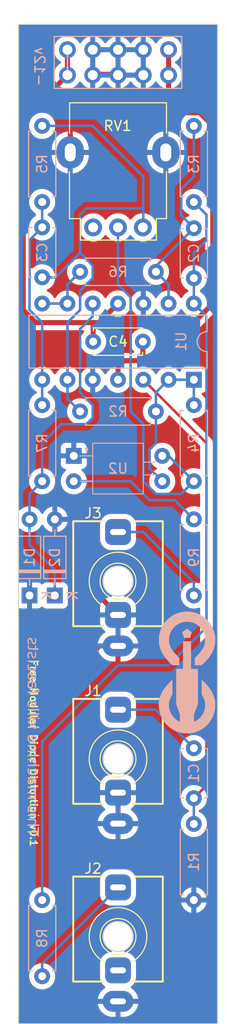
<source format=kicad_pcb>
(kicad_pcb (version 20221018) (generator pcbnew)
  (title_block (title "Diode Distortion") (date "2023-03-27") (rev "0.1") (company "Free Modular"))
  (layers (0 "F.Cu" signal) (31 "B.Cu" signal) (34 "B.Paste" user) (35 "F.Paste" user) (36 "B.SilkS" user "B.Silkscreen") (37 "F.SilkS" user "F.Silkscreen") (38 "B.Mask" user) (39 "F.Mask" user) (44 "Edge.Cuts" user))
  (net 0 "")
  (net 1 "Net-(C1-Pad1)")
  (net 2 "Net-(U1A-+)")
  (net 3 "Net-(U1D--)")
  (net 4 "Net-(J3-Pad3)")
  (net 5 "Net-(C2-Pad2)")
  (net 6 "Net-(U1B--)")
  (net 7 "Net-(C3-Pad2)")
  (net 8 "GND")
  (net 9 "Net-(D1-A)")
  (net 11 "Net-(J2-Pad3)")
  (net 12 "+12V")
  (net 13 "-12V")
  (net 14 "Net-(U1A--)")
  (net 15 "Net-(R4-Pad2)")
  (net 16 "Net-(U1C--)")
  (net 17 "Net-(R9-Pad2)")
  (footprint "FreeModular:THONKICONN" (layer "F.Cu") (at 35.56 116.68)
    (fp_text reference "J2" (at -2.5 -6.8) (layer "F.SilkS"))
    (fp_text value "THONKICONN")
    (fp_circle (center 0 0) (end -1.5 0) (stroke (width 0.12)) (fill none) (layer "Edge.Cuts"))
    (pad "1" thru_hole oval (at 0 6.48) (size 3.1 2.1) (drill oval 1.6 0.6) (layers "*.Cu" "*.Mask") (net 8 "GND"))
    (pad "2" thru_hole roundrect (at 0 3.38) (size 2.6 2.6) (drill oval 1.6 0.6) (layers "*.Cu" "*.Mask"))
    (pad "3" thru_hole roundrect (at 0 -4.92) (size 2.6 2.6) (drill oval 1.6 0.6) (layers "*.Cu" "*.Mask") (net 11 "Net-(J2-Pad3)"))
  )
  (footprint "FreeModular:Alpha_Potentiometer_Grounded" (layer "F.Cu") (at 33.06 45.72 90)
    (fp_text reference "RV1" (at 10.16 2.46) (layer "F.SilkS"))
    (fp_text value "100k")
    (pad "1" thru_hole circle (at 0 0 180) (size 1.8 1.8) (drill 1) (layers "*.Cu" "*.Mask"))
    (pad "2" thru_hole circle (at 0 2.5 180) (size 1.8 1.8) (drill 1) (layers "*.Cu" "*.Mask") (net 15 "Net-(R4-Pad2)"))
    (pad "3" thru_hole circle (at 0 5 180) (size 1.8 1.8) (drill 1) (layers "*.Cu" "*.Mask") (net 6 "Net-(U1B--)"))
    (pad "MP" thru_hole oval (at 7.5 -2.3 180) (size 2.72 3.24) (drill oval 1.1 1.8) (layers "*.Cu" "*.Mask") (net 8 "GND"))
    (pad "MP" thru_hole oval (at 7.5 7.3 180) (size 2.72 3.24) (drill oval 1.1 1.8) (layers "*.Cu" "*.Mask") (net 8 "GND"))
  )
  (footprint "FreeModular:THONKICONN" (layer "F.Cu") (at 35.56 98.9)
    (fp_text reference "J1" (at -2.5 -6.8) (layer "F.SilkS"))
    (fp_text value "THONKICONN")
    (fp_circle (center 0 0) (end -1.5 0) (stroke (width 0.12)) (fill none) (layer "Edge.Cuts"))
    (pad "1" thru_hole oval (at 0 6.48) (size 3.1 2.1) (drill oval 1.6 0.6) (layers "*.Cu" "*.Mask") (net 8 "GND"))
    (pad "2" thru_hole roundrect (at 0 3.38) (size 2.6 2.6) (drill oval 1.6 0.6) (layers "*.Cu" "*.Mask") (net 8 "GND"))
    (pad "3" thru_hole roundrect (at 0 -4.92) (size 2.6 2.6) (drill oval 1.6 0.6) (layers "*.Cu" "*.Mask") (net 1 "Net-(C1-Pad1)"))
  )
  (footprint "Capacitor_THT:C_Disc_D4.7mm_W2.5mm_P5.00mm" (layer "F.Cu") (at 38.06 57.15 180)
    (fp_text reference "C4" (at 2.5 0) (layer "F.SilkS"))
    (fp_text value "100nF")
    (pad "1" thru_hole circle (at 0 0 180) (size 1.6 1.6) (drill 0.8) (layers "*.Cu" "*.Mask") (net 12 "+12V"))
    (pad "2" thru_hole circle (at 5 0 180) (size 1.6 1.6) (drill 0.8) (layers "*.Cu" "*.Mask") (net 13 "-12V"))
  )
  (footprint "FreeModular:THONKICONN" (layer "F.Cu") (at 35.56 81.12)
    (fp_text reference "J3" (at -2.5 -6.8) (layer "F.SilkS"))
    (fp_text value "THONKICONN")
    (fp_circle (center 0 0) (end -1.5 0) (stroke (width 0.12)) (fill none) (layer "Edge.Cuts"))
    (pad "1" thru_hole oval (at 0 6.48) (size 3.1 2.1) (drill oval 1.6 0.6) (layers "*.Cu" "*.Mask") (net 8 "GND"))
    (pad "2" thru_hole roundrect (at 0 3.38) (size 2.6 2.6) (drill oval 1.6 0.6) (layers "*.Cu" "*.Mask") (net 8 "GND"))
    (pad "3" thru_hole roundrect (at 0 -4.92) (size 2.6 2.6) (drill oval 1.6 0.6) (layers "*.Cu" "*.Mask") (net 4 "Net-(J3-Pad3)"))
  )
  (footprint "FreeModular:NSL-32" (layer "B.Cu") (at 31.115 71.12)
    (fp_text reference "U2" (at 4.445 -1.27) (layer "B.SilkS") (effects (justify mirror)))
    (fp_text value "NSL-32")
    (pad "1" thru_hole circle (at 0 0) (size 1.6 1.6) (drill 0.8) (layers "*.Cu" "*.Mask") (net 17 "Net-(R9-Pad2)"))
    (pad "2" thru_hole rect (at 0 -2.54) (size 1.6 1.6) (drill 0.8) (layers "*.Cu" "*.Mask") (net 8 "GND"))
    (pad "3" thru_hole oval (at 8.89 -2.54) (size 1.6 1.6) (drill 0.8) (layers "*.Cu" "*.Mask") (net 15 "Net-(R4-Pad2)"))
    (pad "4" thru_hole oval (at 8.89 0) (size 1.6 1.6) (drill 0.8) (layers "*.Cu" "*.Mask") (net 14 "Net-(U1A--)"))
  )
  (footprint "Resistor_THT:R_Axial_DIN0207_L6.3mm_D2.5mm_P7.62mm_Horizontal" (layer "B.Cu") (at 31.75 50.165)
    (fp_text reference "R6" (at 3.81 0) (layer "B.SilkS") (effects (justify mirror)))
    (fp_text value "10k")
    (pad "1" thru_hole circle (at 0 0) (size 1.6 1.6) (drill 0.8) (layers "*.Cu" "*.Mask") (net 16 "Net-(U1C--)"))
    (pad "2" thru_hole oval (at 7.62 0) (size 1.6 1.6) (drill 0.8) (layers "*.Cu" "*.Mask") (net 3 "Net-(U1D--)"))
  )
  (footprint "Package_DIP:DIP-14_W7.62mm" (layer "B.Cu") (at 43.18 60.96 90)
    (fp_text reference "U1" (at 3.81 -1.27 90) (layer "B.SilkS") (effects (justify mirror)))
    (fp_text value "TL074")
    (pad "1" thru_hole rect (at 0 0 90) (size 1.6 1.6) (drill 0.8) (layers "*.Cu" "*.Mask") (net 14 "Net-(U1A--)"))
    (pad "2" thru_hole oval (at 0 -2.54 90) (size 1.6 1.6) (drill 0.8) (layers "*.Cu" "*.Mask") (net 14 "Net-(U1A--)"))
    (pad "3" thru_hole oval (at 0 -5.08 90) (size 1.6 1.6) (drill 0.8) (layers "*.Cu" "*.Mask") (net 2 "Net-(U1A-+)"))
    (pad "4" thru_hole oval (at 0 -7.62 90) (size 1.6 1.6) (drill 0.8) (layers "*.Cu" "*.Mask") (net 12 "+12V"))
    (pad "5" thru_hole oval (at 0 -10.16 90) (size 1.6 1.6) (drill 0.8) (layers "*.Cu" "*.Mask") (net 8 "GND"))
    (pad "6" thru_hole oval (at 0 -12.7 90) (size 1.6 1.6) (drill 0.8) (layers "*.Cu" "*.Mask") (net 6 "Net-(U1B--)"))
    (pad "7" thru_hole oval (at 0 -15.24 90) (size 1.6 1.6) (drill 0.8) (layers "*.Cu" "*.Mask") (net 7 "Net-(C3-Pad2)"))
    (pad "8" thru_hole oval (at 7.62 -15.24 90) (size 1.6 1.6) (drill 0.8) (layers "*.Cu" "*.Mask") (net 16 "Net-(U1C--)"))
    (pad "9" thru_hole oval (at 7.62 -12.7 90) (size 1.6 1.6) (drill 0.8) (layers "*.Cu" "*.Mask") (net 16 "Net-(U1C--)"))
    (pad "10" thru_hole oval (at 7.62 -10.16 90) (size 1.6 1.6) (drill 0.8) (layers "*.Cu" "*.Mask") (net 9 "Net-(D1-A)"))
    (pad "11" thru_hole oval (at 7.62 -7.62 90) (size 1.6 1.6) (drill 0.8) (layers "*.Cu" "*.Mask") (net 13 "-12V"))
    (pad "12" thru_hole oval (at 7.62 -5.08 90) (size 1.6 1.6) (drill 0.8) (layers "*.Cu" "*.Mask") (net 8 "GND"))
    (pad "13" thru_hole oval (at 7.62 -2.54 90) (size 1.6 1.6) (drill 0.8) (layers "*.Cu" "*.Mask") (net 3 "Net-(U1D--)"))
    (pad "14" thru_hole oval (at 7.62 0 90) (size 1.6 1.6) (drill 0.8) (layers "*.Cu" "*.Mask") (net 5 "Net-(C2-Pad2)"))
  )
  (footprint "Resistor_THT:R_Axial_DIN0207_L6.3mm_D2.5mm_P7.62mm_Horizontal" (layer "B.Cu") (at 43.18 105.41 -90)
    (fp_text reference "R1" (at 3.81 0 90) (layer "B.SilkS") (effects (justify mirror)))
    (fp_text value "100k")
    (pad "1" thru_hole circle (at 0 0 270) (size 1.6 1.6) (drill 0.8) (layers "*.Cu" "*.Mask") (net 2 "Net-(U1A-+)"))
    (pad "2" thru_hole oval (at 7.62 0 270) (size 1.6 1.6) (drill 0.8) (layers "*.Cu" "*.Mask") (net 8 "GND"))
  )
  (footprint "Resistor_THT:R_Axial_DIN0207_L6.3mm_D2.5mm_P7.62mm_Horizontal" (layer "B.Cu") (at 27.94 63.5 -90)
    (fp_text reference "R7" (at 3.81 0 -270) (layer "B.SilkS") (effects (justify mirror)))
    (fp_text value "10k")
    (pad "1" thru_hole circle (at 0 0 270) (size 1.6 1.6) (drill 0.8) (layers "*.Cu" "*.Mask") (net 7 "Net-(C3-Pad2)"))
    (pad "2" thru_hole oval (at 7.62 0 270) (size 1.6 1.6) (drill 0.8) (layers "*.Cu" "*.Mask") (net 9 "Net-(D1-A)"))
  )
  (footprint "Connector_PinSocket_2.54mm:PinSocket_2x05_P2.54mm_Vertical" (layer "B.Cu") (at 40.64 27.94 90)
    (fp_text reference "J4" hide)
    (fp_text value "Conn_01x10_Pin")
    (pad "1" thru_hole circle (at 0 0 90) (size 1.7 1.7) (drill 1) (layers "*.Cu" "*.Mask") (net 12 "+12V"))
    (pad "2" thru_hole oval (at -2.54 0 90) (size 1.7 1.7) (drill 1) (layers "*.Cu" "*.Mask") (net 12 "+12V"))
    (pad "3" thru_hole oval (at 0 -2.54 90) (size 1.7 1.7) (drill 1) (layers "*.Cu" "*.Mask") (net 8 "GND"))
    (pad "4" thru_hole oval (at -2.54 -2.54 90) (size 1.7 1.7) (drill 1) (layers "*.Cu" "*.Mask") (net 8 "GND"))
    (pad "5" thru_hole oval (at 0 -5.08 90) (size 1.7 1.7) (drill 1) (layers "*.Cu" "*.Mask") (net 8 "GND"))
    (pad "6" thru_hole oval (at -2.54 -5.08 90) (size 1.7 1.7) (drill 1) (layers "*.Cu" "*.Mask") (net 8 "GND"))
    (pad "7" thru_hole oval (at 0 -7.62 90) (size 1.7 1.7) (drill 1) (layers "*.Cu" "*.Mask") (net 8 "GND"))
    (pad "8" thru_hole oval (at -2.54 -7.62 90) (size 1.7 1.7) (drill 1) (layers "*.Cu" "*.Mask") (net 8 "GND"))
    (pad "9" thru_hole oval (at 0 -10.16 90) (size 1.7 1.7) (drill 1) (layers "*.Cu" "*.Mask") (net 13 "-12V"))
    (pad "10" thru_hole oval (at -2.54 -10.16 90) (size 1.7 1.7) (drill 1) (layers "*.Cu" "*.Mask") (net 13 "-12V"))
  )
  (footprint "Capacitor_THT:C_Disc_D4.7mm_W2.5mm_P5.00mm" (layer "B.Cu") (at 43.18 45.8 -90)
    (fp_text reference "C2" (at 2.5 0 90) (layer "B.SilkS") (effects (justify mirror)))
    (fp_text value "100pF")
    (pad "1" thru_hole circle (at 0 0 270) (size 1.6 1.6) (drill 0.8) (layers "*.Cu" "*.Mask") (net 3 "Net-(U1D--)"))
    (pad "2" thru_hole circle (at 5 0 270) (size 1.6 1.6) (drill 0.8) (layers "*.Cu" "*.Mask") (net 5 "Net-(C2-Pad2)"))
  )
  (footprint "Diode_THT:D_DO-35_SOD27_P7.62mm_Horizontal" (layer "B.Cu") (at 26.67 82.55 90)
    (fp_text reference "D1" (at 3.81 0 90) (layer "B.SilkS") (effects (justify mirror)))
    (fp_text value "1N4148")
    (fp_text user "K" (at 0 1.8 90) (layer "B.SilkS") (effects (justify mirror)))
    (pad "1" thru_hole rect (at 0 0 90) (size 1.6 1.6) (drill 0.8) (layers "*.Cu" "*.Mask") (net 8 "GND"))
    (pad "2" thru_hole oval (at 7.62 0 90) (size 1.6 1.6) (drill 0.8) (layers "*.Cu" "*.Mask") (net 9 "Net-(D1-A)"))
  )
  (footprint "Resistor_THT:R_Axial_DIN0207_L6.3mm_D2.5mm_P7.62mm_Horizontal" (layer "B.Cu") (at 39.37 64.135 180)
    (fp_text reference "R2" (at 3.81 0) (layer "B.SilkS") (effects (justify mirror)))
    (fp_text value "100k")
    (pad "1" thru_hole circle (at 0 0 180) (size 1.6 1.6) (drill 0.8) (layers "*.Cu" "*.Mask") (net 14 "Net-(U1A--)"))
    (pad "2" thru_hole oval (at 7.62 0 180) (size 1.6 1.6) (drill 0.8) (layers "*.Cu" "*.Mask") (net 6 "Net-(U1B--)"))
  )
  (footprint "Capacitor_THT:C_Disc_D4.7mm_W2.5mm_P5.00mm" (layer "B.Cu") (at 43.18 97.83 -90)
    (fp_text reference "C1" (at 2.5 0 90) (layer "B.SilkS") (effects (justify mirror)))
    (fp_text value "1uF")
    (pad "1" thru_hole circle (at 0 0 270) (size 1.6 1.6) (drill 0.8) (layers "*.Cu" "*.Mask") (net 1 "Net-(C1-Pad1)"))
    (pad "2" thru_hole circle (at 5 0 270) (size 1.6 1.6) (drill 0.8) (layers "*.Cu" "*.Mask") (net 2 "Net-(U1A-+)"))
  )
  (footprint "Resistor_THT:R_Axial_DIN0207_L6.3mm_D2.5mm_P7.62mm_Horizontal" (layer "B.Cu") (at 43.18 82.55 90)
    (fp_text reference "R9" (at 3.81 0 90) (layer "B.SilkS") (effects (justify mirror)))
    (fp_text value "1k")
    (pad "1" thru_hole circle (at 0 0 90) (size 1.6 1.6) (drill 0.8) (layers "*.Cu" "*.Mask") (net 4 "Net-(J3-Pad3)"))
    (pad "2" thru_hole oval (at 7.62 0 90) (size 1.6 1.6) (drill 0.8) (layers "*.Cu" "*.Mask") (net 17 "Net-(R9-Pad2)"))
  )
  (footprint "Resistor_THT:R_Axial_DIN0207_L6.3mm_D2.5mm_P7.62mm_Horizontal" (layer "B.Cu") (at 43.18 63.5 -90)
    (fp_text reference "R4" (at 3.81 0 90) (layer "B.SilkS") (effects (justify mirror)))
    (fp_text value "10k")
    (pad "1" thru_hole circle (at 0 0 270) (size 1.6 1.6) (drill 0.8) (layers "*.Cu" "*.Mask") (net 14 "Net-(U1A--)"))
    (pad "2" thru_hole oval (at 7.62 0 270) (size 1.6 1.6) (drill 0.8) (layers "*.Cu" "*.Mask") (net 15 "Net-(R4-Pad2)"))
  )
  (footprint "Diode_THT:D_DO-35_SOD27_P7.62mm_Horizontal" (layer "B.Cu") (at 29.21 82.55 90)
    (fp_text reference "D2" (at 3.81 0 90) (layer "B.SilkS") (effects (justify mirror)))
    (fp_text value "1N4148")
    (fp_text user "K" (at 0 1.8 90) (layer "B.SilkS") (effects (justify mirror)))
    (pad "1" thru_hole rect (at 0 0 90) (size 1.6 1.6) (drill 0.8) (layers "*.Cu" "*.Mask") (net 9 "Net-(D1-A)"))
    (pad "2" thru_hole oval (at 7.62 0 90) (size 1.6 1.6) (drill 0.8) (layers "*.Cu" "*.Mask") (net 8 "GND"))
  )
  (footprint "Resistor_THT:R_Axial_DIN0207_L6.3mm_D2.5mm_P7.62mm_Horizontal" (layer "B.Cu") (at 27.94 35.56 -90)
    (fp_text reference "R5" (at 3.81 0 90) (layer "B.SilkS") (effects (justify mirror)))
    (fp_text value "10k")
    (pad "1" thru_hole circle (at 0 0 270) (size 1.6 1.6) (drill 0.8) (layers "*.Cu" "*.Mask") (net 6 "Net-(U1B--)"))
    (pad "2" thru_hole oval (at 7.62 0 270) (size 1.6 1.6) (drill 0.8) (layers "*.Cu" "*.Mask") (net 7 "Net-(C3-Pad2)"))
  )
  (footprint "Capacitor_THT:C_Disc_D4.7mm_W2.5mm_P5.00mm" (layer "B.Cu") (at 27.94 50.72 90)
    (fp_text reference "C3" (at 2.5 0 90) (layer "B.SilkS") (effects (justify mirror)))
    (fp_text value "100pF")
    (pad "1" thru_hole circle (at 0 0 90) (size 1.6 1.6) (drill 0.8) (layers "*.Cu" "*.Mask") (net 6 "Net-(U1B--)"))
    (pad "2" thru_hole circle (at 5 0 90) (size 1.6 1.6) (drill 0.8) (layers "*.Cu" "*.Mask") (net 7 "Net-(C3-Pad2)"))
  )
  (footprint "Resistor_THT:R_Axial_DIN0207_L6.3mm_D2.5mm_P7.62mm_Horizontal" (layer "B.Cu") (at 43.18 35.56 -90)
    (fp_text reference "R3" (at 3.81 0 90) (layer "B.SilkS") (effects (justify mirror)))
    (fp_text value "100k")
    (pad "1" thru_hole circle (at 0 0 270) (size 1.6 1.6) (drill 0.8) (layers "*.Cu" "*.Mask") (net 3 "Net-(U1D--)"))
    (pad "2" thru_hole oval (at 7.62 0 270) (size 1.6 1.6) (drill 0.8) (layers "*.Cu" "*.Mask") (net 5 "Net-(C2-Pad2)"))
  )
  (footprint "Resistor_THT:R_Axial_DIN0207_L6.3mm_D2.5mm_P7.62mm_Horizontal" (layer "B.Cu") (at 27.94 113.03 -90)
    (fp_text reference "R8" (at 3.81 0 90) (layer "B.SilkS") (effects (justify mirror)))
    (fp_text value "1k")
    (pad "1" thru_hole circle (at 0 0 270) (size 1.6 1.6) (drill 0.8) (layers "*.Cu" "*.Mask") (net 5 "Net-(C2-Pad2)"))
    (pad "2" thru_hole oval (at 7.62 0 270) (size 1.6 1.6) (drill 0.8) (layers "*.Cu" "*.Mask") (net 11 "Net-(J2-Pad3)"))
  )
  (footprint "FreeModular:logo_small" (layer "B.Cu") (at 42.490958 90.715274 -90)
    (fp_text reference "REF**" hide)
    (fp_text value "logo_small" hide)
  )
  (gr_line (start 30.48 30.48) (end 30.48 27.94) (stroke (width 0.15)) (layer "B.SilkS"))
  (gr_line (start 25.56 25.4) (end 25.56 125.4) (stroke (width 0.1)) (layer "Edge.Cuts"))
  (gr_line (start 45.56 25.4) (end 25.56 25.4) (stroke (width 0.1)) (layer "Edge.Cuts"))
  (gr_line (start 45.56 125.4) (end 45.56 25.4) (stroke (width 0.1)) (layer "Edge.Cuts"))
  (gr_line (start 25.56 125.4) (end 45.56 125.4) (stroke (width 0.1)) (layer "Edge.Cuts"))
  (gr_text "This machine kills fascists" (at 26.3 106.68 270) (layer "B.SilkS") (effects (font (size 1.1 1.1)) (justify left bottom mirror)))
  (gr_text "-12v" (at 27.089961 31.692465 -90) (layer "B.SilkS") (effects (font (size 1 1)) (justify left bottom mirror)))
  (gr_text "Free Modular Diode Distortion v0.1" (at 26.67 88.9 270) (layer "F.SilkS") (effects (font (size 0.7 0.7)) (justify left bottom)))
  (segment (start 39.33 93.98) (end 43.18 97.83) (width 0.254) (layer "B.Cu") (net 1))
  (segment (start 35.56 93.98) (end 39.33 93.98) (width 0.254) (layer "B.Cu") (net 1))
  (segment (start 44.45 101.56) (end 43.18 102.83) (width 0.254) (layer "F.Cu") (net 2))
  (segment (start 38.1 60.96) (end 44.45 67.31) (width 0.254) (layer "F.Cu") (net 2))
  (segment (start 44.45 67.31) (end 44.45 101.56) (width 0.254) (layer "F.Cu") (net 2))
  (segment (start 43.18 102.83) (end 43.18 105.41) (width 0.254) (layer "B.Cu") (net 2))
  (segment (start 39.45 49.53) (end 43.18 45.8) (width 0.254) (layer "B.Cu") (net 3))
  (segment (start 43.18 40.64) (end 43.18 35.56) (width 0.254) (layer "B.Cu") (net 3))
  (segment (start 40.64 51.435) (end 39.37 50.165) (width 0.254) (layer "B.Cu") (net 3))
  (segment (start 43.18 45.8) (end 41.91 44.53) (width 0.254) (layer "B.Cu") (net 3))
  (segment (start 41.91 44.53) (end 41.91 41.91) (width 0.254) (layer "B.Cu") (net 3))
  (segment (start 39.37 49.53) (end 39.45 49.53) (width 0.254) (layer "B.Cu") (net 3))
  (segment (start 40.64 53.34) (end 40.64 51.435) (width 0.254) (layer "B.Cu") (net 3))
  (segment (start 39.37 50.165) (end 39.37 49.53) (width 0.254) (layer "B.Cu") (net 3))
  (segment (start 41.91 41.91) (end 43.18 40.64) (width 0.254) (layer "B.Cu") (net 3))
  (segment (start 36.15 75.52) (end 35.56 75.52) (width 0.254) (layer "B.Cu") (net 4))
  (segment (start 43.18 82.55) (end 43.18 81.28) (width 0.254) (layer "B.Cu") (net 4))
  (segment (start 43.18 81.28) (end 38.1 76.2) (width 0.254) (layer "B.Cu") (net 4))
  (segment (start 38.1 76.2) (end 35.56 76.2) (width 0.254) (layer "B.Cu") (net 4))
  (segment (start 35.56 89.535) (end 27.94 97.155) (width 0.254) (layer "B.Cu") (net 5))
  (segment (start 43.18 50.8) (end 43.18 48.26) (width 0.254) (layer "B.Cu") (net 5))
  (segment (start 43.18 53.34) (end 43.18 50.8) (width 0.254) (layer "B.Cu") (net 5))
  (segment (start 44.45 44.45) (end 43.18 43.18) (width 0.254) (layer "B.Cu") (net 5))
  (segment (start 44.45 85.725) (end 40.64 89.535) (width 0.254) (layer "B.Cu") (net 5))
  (segment (start 43.18 53.34) (end 44.45 54.61) (width 0.254) (layer "B.Cu") (net 5))
  (segment (start 43.18 48.26) (end 44.45 46.99) (width 0.254) (layer "B.Cu") (net 5))
  (segment (start 40.64 89.535) (end 35.56 89.535) (width 0.254) (layer "B.Cu") (net 5))
  (segment (start 44.45 46.99) (end 44.45 44.45) (width 0.254) (layer "B.Cu") (net 5))
  (segment (start 44.45 54.61) (end 44.45 85.725) (width 0.254) (layer "B.Cu") (net 5))
  (segment (start 27.94 97.155) (end 27.94 113.03) (width 0.254) (layer "B.Cu") (net 5))
  (segment (start 30.48 60.96) (end 30.48 62.865) (width 0.254) (layer "B.Cu") (net 6))
  (segment (start 38.1 40.64) (end 38.1 43.815) (width 0.254) (layer "B.Cu") (net 6))
  (segment (start 31.75 44.45) (end 32.385 43.815) (width 0.254) (layer "B.Cu") (net 6))
  (segment (start 33.02 49.53) (end 33.02 50.8) (width 0.254) (layer "B.Cu") (net 6))
  (segment (start 30.48 55.245) (end 31.75 53.975) (width 0.254) (layer "B.Cu") (net 6))
  (segment (start 27.94 35.56) (end 33.02 35.56) (width 0.254) (layer "B.Cu") (net 6))
  (segment (start 38.1 43.815) (end 38.1 45.72) (width 0.254) (layer "B.Cu") (net 6))
  (segment (start 33.02 35.56) (end 38.1 40.64) (width 0.254) (layer "B.Cu") (net 6))
  (segment (start 30.48 62.865) (end 31.75 64.135) (width 0.254) (layer "B.Cu") (net 6))
  (segment (start 31.115 48.895) (end 31.75 48.26) (width 0.254) (layer "B.Cu") (net 6))
  (segment (start 32.385 43.815) (end 38.1 43.815) (width 0.254) (layer "B.Cu") (net 6))
  (segment (start 29.29 50.72) (end 31.115 48.895) (width 0.254) (layer "B.Cu") (net 6))
  (segment (start 31.75 52.07) (end 31.75 53.975) (width 0.254) (layer "B.Cu") (net 6))
  (segment (start 31.75 48.26) (end 31.75 44.45) (width 0.254) (layer "B.Cu") (net 6))
  (segment (start 32.385 48.895) (end 33.02 49.53) (width 0.254) (layer "B.Cu") (net 6))
  (segment (start 33.02 50.8) (end 31.75 52.07) (width 0.254) (layer "B.Cu") (net 6))
  (segment (start 30.48 60.96) (end 30.48 55.245) (width 0.254) (layer "B.Cu") (net 6))
  (segment (start 27.94 50.72) (end 29.29 50.72) (width 0.254) (layer "B.Cu") (net 6))
  (segment (start 32.385 48.895) (end 31.75 48.26) (width 0.254) (layer "B.Cu") (net 6))
  (segment (start 27.94 63.5) (end 27.94 60.96) (width 0.254) (layer "B.Cu") (net 7))
  (segment (start 27.94 45.72) (end 26.67 46.99) (width 0.254) (layer "B.Cu") (net 7))
  (segment (start 26.67 46.99) (end 26.67 53.975) (width 0.254) (layer "B.Cu") (net 7))
  (segment (start 27.94 60.96) (end 27.94 55.245) (width 0.254) (layer "B.Cu") (net 7))
  (segment (start 27.94 43.18) (end 27.94 45.72) (width 0.254) (layer "B.Cu") (net 7))
  (segment (start 27.94 55.245) (end 26.67 53.975) (width 0.254) (layer "B.Cu") (net 7))
  (segment (start 31.115 68.58) (end 33.02 68.58) (width 0.508) (layer "F.Cu") (net 8))
  (segment (start 35.56 30.4) (end 33.02 30.4) (width 0.508) (layer "F.Cu") (net 8))
  (segment (start 33.7 102.28) (end 30.48 99.06) (width 0.508) (layer "F.Cu") (net 8))
  (segment (start 43.18 113.03) (end 43.18 108.585) (width 0.508) (layer "F.Cu") (net 8))
  (segment (start 33.02 60.96) (end 33.02 62.865) (width 0.508) (layer "F.Cu") (net 8))
  (segment (start 31.115 74.93) (end 33.655 72.39) (width 0.508) (layer "F.Cu") (net 8))
  (segment (start 26.67 82.55) (end 26.67 80.645) (width 0.508) (layer "F.Cu") (net 8))
  (segment (start 29.21 78.105) (end 29.21 74.93) (width 0.508) (layer "F.Cu") (net 8))
  (segment (start 35.56 102.28) (end 33.7 102.28) (width 0.508) (layer "F.Cu") (net 8))
  (segment (start 37.465 50.8) (end 37.465 48.895) (width 0.508) (layer "F.Cu") (net 8))
  (segment (start 35.56 33.42) (end 35.56 30.48) (width 0.508) (layer "F.Cu") (net 8))
  (segment (start 33.02 62.865) (end 33.655 63.5) (width 0.508) (layer "F.Cu") (net 8))
  (segment (start 33.655 72.39) (end 33.655 68.58) (width 0.508) (layer "F.Cu") (net 8))
  (segment (start 33.685 87.6) (end 32.7025 88.5825) (width 0.508) (layer "F.Cu") (net 8))
  (segment (start 38.1 54.61) (end 33.02 59.69) (width 0.508) (layer "F.Cu") (net 8))
  (segment (start 43.18 108.585) (end 39.975 105.38) (width 0.508) (layer "F.Cu") (net 8))
  (segment (start 30.76 38.22) (end 30.76 35.28) (width 0.508) (layer "F.Cu") (net 8))
  (segment (start 30.48 90.805) (end 32.7025 88.5825) (width 0.508) (layer "F.Cu") (net 8))
  (segment (start 38.1 53.34) (end 38.1 54.61) (width 0.508) (layer "F.Cu") (net 8))
  (segment (start 29.21 78.15) (end 29.21 78.105) (width 0.508) (layer "F.Cu") (net 8))
  (segment (start 37.065 34.925) (end 35.56 33.42) (width 0.508) (layer "F.Cu") (net 8))
  (segment (start 35.56 84.5) (end 29.21 78.15) (width 0.508) (layer "F.Cu") (net 8))
  (segment (start 30.76 35.28) (end 33.02 33.02) (width 0.508) (layer "F.Cu") (net 8))
  (segment (start 35.485 86.995) (end 35.56 86.92) (width 0.508) (layer "F.Cu") (net 8))
  (segment (start 39.37 34.925) (end 37.065 34.925) (width 0.508) (layer "F.Cu") (net 8))
  (segment (start 39.975 105.38) (end 35.56 105.38) (width 0.508) (layer "F.Cu") (net 8))
  (segment (start 38.1 53.34) (end 38.1 51.435) (width 0.508) (layer "F.Cu") (net 8))
  (segment (start 33.655 63.5) (end 33.655 67.31) (width 0.508) (layer "F.Cu") (net 8))
  (segment (start 40.36 35.915) (end 39.37 34.925) (width 0.508) (layer "F.Cu") (net 8))
  (segment (start 43.18 120.65) (end 43.18 113.03) (width 0.508) (layer "F.Cu") (net 8))
  (segment (start 40.36 38.22) (end 40.36 46) (width 0.508) (layer "F.Cu") (net 8))
  (segment (start 38.1 30.48) (end 35.56 30.48) (width 0.508) (layer "F.Cu") (net 8))
  (segment (start 33.02 59.69) (end 33.02 60.96) (width 0.508) (layer "F.Cu") (net 8))
  (segment (start 35.56 105.38) (end 35.56 102.28) (width 0.508) (layer "F.Cu") (net 8))
  (segment (start 33.655 67.31) (end 33.655 67.945) (width 0.508) (layer "F.Cu") (net 8))
  (segment (start 37.465 48.895) (end 38.1 48.26) (width 0.508) (layer "F.Cu") (net 8))
  (segment (start 26.67 80.645) (end 29.21 78.105) (width 0.508) (layer "F.Cu") (net 8))
  (segment (start 35.56 123.16) (end 40.67 123.16) (width 0.508) (layer "F.Cu") (net 8))
  (segment (start 33.02 68.58) (end 33.655 68.58) (width 0.508) (layer "F.Cu") (net 8))
  (segment (start 40.67 123.16) (end 43.18 120.65) (width 0.508) (layer "F.Cu") (net 8))
  (segment (start 33.02 27.86) (end 33.02 30.4) (width 0.508) (layer "F.Cu") (net 8))
  (segment (start 38.1 27.94) (end 38.1 30.48) (width 0.508) (layer "F.Cu") (net 8))
  (segment (start 38.1 51.435) (end 37.465 50.8) (width 0.508) (layer "F.Cu") (net 8))
  (segment (start 35.56 84.5) (end 35.56 87.6) (width 0.508) (layer "F.Cu") (net 8))
  (segment (start 35.56 87.6) (end 33.685 87.6) (width 0.508) (layer "F.Cu") (net 8))
  (segment (start 34.925 83.82) (end 35.56 83.82) (width 0.508) (layer "F.Cu") (net 8))
  (segment (start 40.36 46) (end 38.1 48.26) (width 0.508) (layer "F.Cu") (net 8))
  (segment (start 29.21 74.93) (end 31.115 74.93) (width 0.508) (layer "F.Cu") (net 8))
  (segment (start 30.48 99.06) (end 30.48 90.805) (width 0.508) (layer "F.Cu") (net 8))
  (segment (start 40.36 38.22) (end 40.36 35.915) (width 0.508) (layer "F.Cu") (net 8))
  (segment (start 33.02 33.02) (end 33.02 30.48) (width 0.508) (layer "F.Cu") (net 8))
  (segment (start 35.56 27.86) (end 35.56 30.4) (width 0.508) (layer "F.Cu") (net 8))
  (segment (start 33.655 68.58) (end 33.655 67.31) (width 0.508) (layer "F.Cu") (net 8))
  (segment (start 30.48 37.94) (end 30.76 38.22) (width 0.508) (layer "F.Cu") (net 8))
  (segment (start 29.845 65.405) (end 27.94 67.31) (width 0.254) (layer "B.Cu") (net 9))
  (segment (start 26.67 77.47) (end 26.67 74.93) (width 0.254) (layer "B.Cu") (net 9))
  (segment (start 33.02 54.61) (end 31.75 55.88) (width 0.254) (layer "B.Cu") (net 9))
  (segment (start 31.75 62.23) (end 33.02 63.5) (width 0.254) (layer "B.Cu") (net 9))
  (segment (start 27.94 67.31) (end 27.94 71.12) (width 0.254) (layer "B.Cu") (net 9))
  (segment (start 33.02 53.34) (end 33.02 54.61) (width 0.254) (layer "B.Cu") (net 9))
  (segment (start 32.385 65.405) (end 29.845 65.405) (width 0.254) (layer "B.Cu") (net 9))
  (segment (start 31.75 55.88) (end 31.75 62.23) (width 0.254) (layer "B.Cu") (net 9))
  (segment (start 26.67 74.93) (end 26.67 72.39) (width 0.254) (layer "B.Cu") (net 9))
  (segment (start 33.02 64.77) (end 32.385 65.405) (width 0.254) (layer "B.Cu") (net 9))
  (segment (start 29.21 80.01) (end 26.67 77.47) (width 0.254) (layer "B.Cu") (net 9))
  (segment (start 33.02 63.5) (end 33.02 64.77) (width 0.254) (layer "B.Cu") (net 9))
  (segment (start 29.21 82.55) (end 29.21 80.01) (width 0.254) (layer "B.Cu") (net 9))
  (segment (start 26.67 72.39) (end 27.94 71.12) (width 0.254) (layer "B.Cu") (net 9))
  (segment (start 27.94 119.38) (end 27.94 120.65) (width 0.254) (layer "B.Cu") (net 11))
  (segment (start 35.56 111.76) (end 27.94 119.38) (width 0.254) (layer "B.Cu") (net 11))
  (segment (start 43.777 34.252) (end 41.872 34.252) (width 0.508) (layer "F.Cu") (net 12))
  (segment (start 45.085 35.56) (end 43.777 34.252) (width 0.508) (layer "F.Cu") (net 12))
  (segment (start 38.1 59.055) (end 39.37 59.055) (width 0.508) (layer "F.Cu") (net 12))
  (segment (start 38.06 59.015) (end 38.06 57.15) (width 0.508) (layer "F.Cu") (net 12))
  (segment (start 35.56 59.69) (end 36.195 59.055) (width 0.508) (layer "F.Cu") (net 12))
  (segment (start 40.64 33.02) (end 40.64 30.48) (width 0.508) (layer "F.Cu") (net 12))
  (segment (start 38.1 59.055) (end 38.06 59.015) (width 0.508) (layer "F.Cu") (net 12))
  (segment (start 45.085 53.34) (end 45.085 35.56) (width 0.508) (layer "F.Cu") (net 12))
  (segment (start 41.872 34.252) (end 40.64 33.02) (width 0.508) (layer "F.Cu") (net 12))
  (segment (start 40.64 30.48) (end 40.64 27.94) (width 0.508) (layer "F.Cu") (net 12))
  (segment (start 39.37 59.055) (end 45.085 53.34) (width 0.508) (layer "F.Cu") (net 12))
  (segment (start 36.195 59.055) (end 38.1 59.055) (width 0.508) (layer "F.Cu") (net 12))
  (segment (start 35.56 60.96) (end 35.56 59.69) (width 0.508) (layer "F.Cu") (net 12))
  (segment (start 27.305 55.245) (end 33.02 55.245) (width 0.508) (layer "F.Cu") (net 13))
  (segment (start 35.56 53.34) (end 33.655 55.245) (width 0.508) (layer "F.Cu") (net 13))
  (segment (start 30.48 30.48) (end 26.035 34.925) (width 0.508) (layer "F.Cu") (net 13))
  (segment (start 30.48 27.94) (end 30.48 30.48) (width 0.508) (layer "F.Cu") (net 13))
  (segment (start 33.06 55.285) (end 33.02 55.245) (width 0.508) (layer "F.Cu") (net 13))
  (segment (start 33.655 55.245) (end 33.02 55.245) (width 0.508) (layer "F.Cu") (net 13))
  (segment (start 26.035 34.925) (end 26.035 53.975) (width 0.508) (layer "F.Cu") (net 13))
  (segment (start 33.06 57.15) (end 33.06 55.285) (width 0.508) (layer "F.Cu") (net 13))
  (segment (start 26.035 53.975) (end 27.305 55.245) (width 0.508) (layer "F.Cu") (net 13))
  (segment (start 39.37 62.23) (end 40.64 60.96) (width 0.254) (layer "B.Cu") (net 14))
  (segment (start 40.005 71.12) (end 38.735 69.85) (width 0.254) (layer "B.Cu") (net 14))
  (segment (start 43.18 63.5) (end 43.18 60.96) (width 0.254) (layer "B.Cu") (net 14))
  (segment (start 38.735 69.85) (end 38.735 67.945) (width 0.254) (layer "B.Cu") (net 14))
  (segment (start 39.37 67.31) (end 38.735 67.945) (width 0.254) (layer "B.Cu") (net 14))
  (segment (start 39.37 64.135) (end 39.37 67.31) (width 0.254) (layer "B.Cu") (net 14))
  (segment (start 39.37 64.135) (end 39.37 62.23) (width 0.254) (layer "B.Cu") (net 14))
  (segment (start 40.64 60.96) (end 43.18 60.96) (width 0.254) (layer "B.Cu") (net 14))
  (segment (start 36.83 64.135) (end 36.83 52.705) (width 0.254) (layer "B.Cu") (net 15))
  (segment (start 38.1 65.405) (end 36.83 64.135) (width 0.254) (layer "B.Cu") (net 15))
  (segment (start 43.18 71.12) (end 41.91 72.39) (width 0.254) (layer "B.Cu") (net 15))
  (segment (start 38.1 71.12) (end 38.1 65.405) (width 0.254) (layer "B.Cu") (net 15))
  (segment (start 43.18 71.12) (end 40.64 68.58) (width 0.254) (layer "B.Cu") (net 15))
  (segment (start 41.91 72.39) (end 39.37 72.39) (width 0.254) (layer "B.Cu") (net 15))
  (segment (start 35.56 51.435) (end 35.56 45.72) (width 0.254) (layer "B.Cu") (net 15))
  (segment (start 36.83 52.705) (end 35.56 51.435) (width 0.254) (layer "B.Cu") (net 15))
  (segment (start 39.37 72.39) (end 38.1 71.12) (width 0.254) (layer "B.Cu") (net 15))
  (segment (start 30.48 53.34) (end 30.48 51.435) (width 0.254) (layer "B.Cu") (net 16))
  (segment (start 27.94 53.34) (end 30.48 53.34) (width 0.254) (layer "B.Cu") (net 16))
  (segment (start 30.48 51.435) (end 31.75 50.165) (width 0.254) (layer "B.Cu") (net 16))
  (segment (start 43.18 74.93) (end 41.275 73.025) (width 0.254) (layer "B.Cu") (net 17))
  (segment (start 36.83 71.12) (end 38.735 73.025) (width 0.254) (layer "B.Cu") (net 17))
  (segment (start 41.275 73.025) (end 38.735 73.025) (width 0.254) (layer "B.Cu") (net 17))
  (segment (start 31.115 71.12) (end 36.83 71.12) (width 0.254) (layer "B.Cu") (net 17))
  (zone (net 8) (net_name "GND") (layer "F.Cu") (connect_pads (clearance 0.508)) (min_thickness 0.25) (fill yes (thermal_gap 0.5) (thermal_bridge_width 0.5))
    (polygon (pts (xy 25.56 25.4) (xy 45.56 25.4) (xy 45.56 125.4) (xy 25.56 125.4)))
  )
  (zone (net 8) (net_name "GND") (layer "B.Cu") (priority 1) (connect_pads (clearance 0.508)) (min_thickness 0.25) (fill yes (thermal_gap 0.5) (thermal_bridge_width 0.5))
    (polygon (pts (xy 25.56 25.4) (xy 45.56 25.4) (xy 45.56 125.4) (xy 25.56 125.4)))
  )
)
</source>
